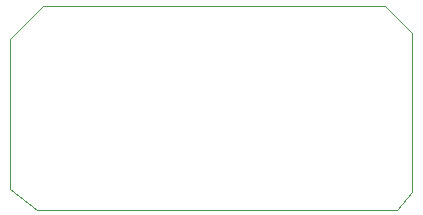
<source format=gbr>
%TF.GenerationSoftware,KiCad,Pcbnew,5.1.10-88a1d61d58~89~ubuntu20.04.1*%
%TF.CreationDate,2022-01-03T19:31:53+01:00*%
%TF.ProjectId,SOC8,534f4338-2e6b-4696-9361-645f70636258,rev?*%
%TF.SameCoordinates,Original*%
%TF.FileFunction,Profile,NP*%
%FSLAX46Y46*%
G04 Gerber Fmt 4.6, Leading zero omitted, Abs format (unit mm)*
G04 Created by KiCad (PCBNEW 5.1.10-88a1d61d58~89~ubuntu20.04.1) date 2022-01-03 19:31:53*
%MOMM*%
%LPD*%
G01*
G04 APERTURE LIST*
%TA.AperFunction,Profile*%
%ADD10C,0.050000*%
%TD*%
G04 APERTURE END LIST*
D10*
X46482000Y-15494000D02*
X44196000Y-13208000D01*
X12446000Y-16002000D02*
X15240000Y-13208000D01*
X45212000Y-30480000D02*
X46482000Y-28956000D01*
X12446000Y-28702000D02*
X14732000Y-30480000D01*
X12446000Y-16002000D02*
X12446000Y-28702000D01*
X44196000Y-13208000D02*
X15240000Y-13208000D01*
X46482000Y-28956000D02*
X46482000Y-15494000D01*
X14732000Y-30480000D02*
X45212000Y-30480000D01*
M02*

</source>
